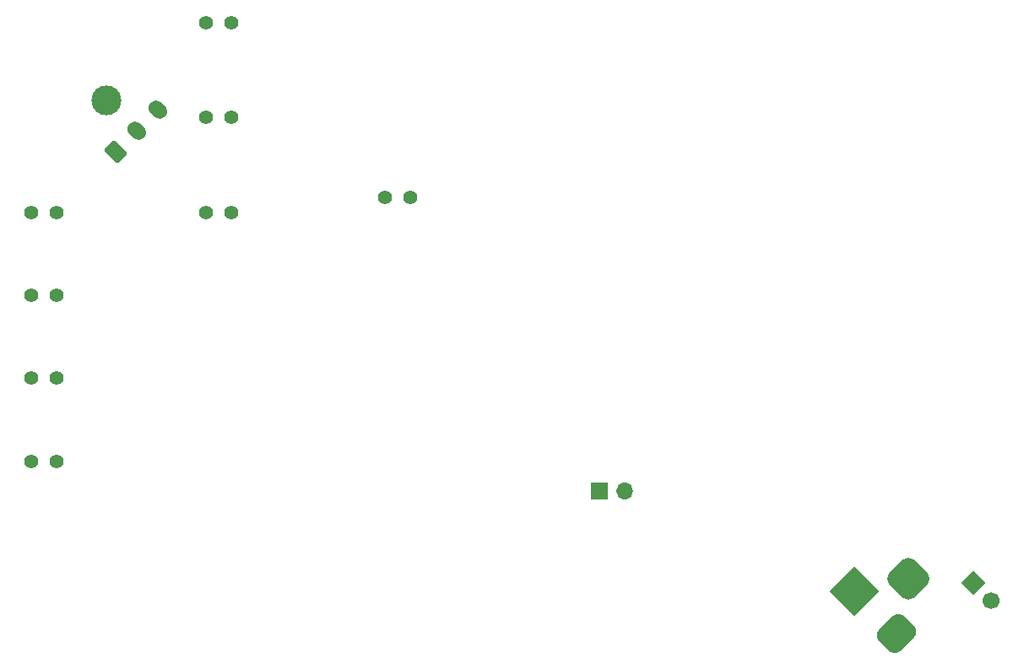
<source format=gbr>
%TF.GenerationSoftware,KiCad,Pcbnew,8.0.2*%
%TF.CreationDate,2024-12-06T21:47:17-05:00*%
%TF.ProjectId,ekg-main,656b672d-6d61-4696-9e2e-6b696361645f,rev?*%
%TF.SameCoordinates,Original*%
%TF.FileFunction,Soldermask,Bot*%
%TF.FilePolarity,Negative*%
%FSLAX46Y46*%
G04 Gerber Fmt 4.6, Leading zero omitted, Abs format (unit mm)*
G04 Created by KiCad (PCBNEW 8.0.2) date 2024-12-06 21:47:17*
%MOMM*%
%LPD*%
G01*
G04 APERTURE LIST*
G04 Aperture macros list*
%AMRoundRect*
0 Rectangle with rounded corners*
0 $1 Rounding radius*
0 $2 $3 $4 $5 $6 $7 $8 $9 X,Y pos of 4 corners*
0 Add a 4 corners polygon primitive as box body*
4,1,4,$2,$3,$4,$5,$6,$7,$8,$9,$2,$3,0*
0 Add four circle primitives for the rounded corners*
1,1,$1+$1,$2,$3*
1,1,$1+$1,$4,$5*
1,1,$1+$1,$6,$7*
1,1,$1+$1,$8,$9*
0 Add four rect primitives between the rounded corners*
20,1,$1+$1,$2,$3,$4,$5,0*
20,1,$1+$1,$4,$5,$6,$7,0*
20,1,$1+$1,$6,$7,$8,$9,0*
20,1,$1+$1,$8,$9,$2,$3,0*%
%AMHorizOval*
0 Thick line with rounded ends*
0 $1 width*
0 $2 $3 position (X,Y) of the first rounded end (center of the circle)*
0 $4 $5 position (X,Y) of the second rounded end (center of the circle)*
0 Add line between two ends*
20,1,$1,$2,$3,$4,$5,0*
0 Add two circle primitives to create the rounded ends*
1,1,$1,$2,$3*
1,1,$1,$4,$5*%
%AMRotRect*
0 Rectangle, with rotation*
0 The origin of the aperture is its center*
0 $1 length*
0 $2 width*
0 $3 Rotation angle, in degrees counterclockwise*
0 Add horizontal line*
21,1,$1,$2,0,0,$3*%
G04 Aperture macros list end*
%ADD10RotRect,3.500000X3.500000X135.000000*%
%ADD11RoundRect,0.750000X1.237437X0.176777X0.176777X1.237437X-1.237437X-0.176777X-0.176777X-1.237437X0*%
%ADD12RoundRect,0.875000X1.237437X0.000000X0.000000X1.237437X-1.237437X0.000000X0.000000X-1.237437X0*%
%ADD13RotRect,1.700000X1.700000X45.000000*%
%ADD14HorizOval,1.700000X0.000000X0.000000X0.000000X0.000000X0*%
%ADD15C,1.400000*%
%ADD16C,3.000000*%
%ADD17RoundRect,0.250001X0.183848X-0.890953X0.890953X-0.183848X-0.183848X0.890953X-0.890953X0.183848X0*%
%ADD18HorizOval,1.500000X-0.183848X0.183848X0.183848X-0.183848X0*%
%ADD19R,1.700000X1.700000*%
%ADD20O,1.700000X1.700000*%
G04 APERTURE END LIST*
D10*
%TO.C,J6*%
X248757359Y-105507359D03*
D11*
X253000000Y-109750000D03*
D12*
X254202081Y-104305277D03*
%TD*%
D13*
%TO.C,JP1*%
X260703949Y-104703949D03*
D14*
X262500000Y-106500000D03*
%TD*%
D15*
%TO.C,TP5*%
X166230000Y-67500000D03*
X168770000Y-67500000D03*
%TD*%
%TO.C,TP4*%
X201730000Y-66000000D03*
X204270000Y-66000000D03*
%TD*%
%TO.C,TP8*%
X166230000Y-92500000D03*
X168770000Y-92500000D03*
%TD*%
%TO.C,TP6*%
X166230000Y-75833333D03*
X168770000Y-75833333D03*
%TD*%
%TO.C,TP1*%
X183730000Y-67500000D03*
X186270000Y-67500000D03*
%TD*%
%TO.C,TP7*%
X166230000Y-84166666D03*
X168770000Y-84166666D03*
%TD*%
D16*
%TO.C,J4*%
X173752513Y-56252512D03*
D17*
X174685894Y-61428534D03*
D18*
X176807214Y-59307214D03*
X178928535Y-57185893D03*
%TD*%
D19*
%TO.C,J3*%
X223225000Y-95500000D03*
D20*
X225765000Y-95500000D03*
%TD*%
D15*
%TO.C,TP2*%
X186270000Y-48500000D03*
X183730000Y-48500000D03*
%TD*%
%TO.C,TP3*%
X183730000Y-58000000D03*
X186270000Y-58000000D03*
%TD*%
M02*

</source>
